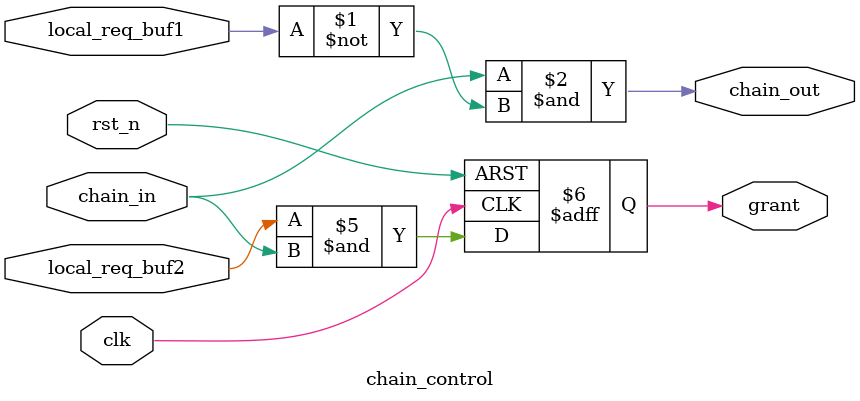
<source format=sv>
module daisy_chain_intr_ctrl(
  input clk, rst_n,
  input [3:0] requests,
  input chain_in,
  output [1:0] local_id,
  output chain_out,
  output grant
);
  // 内部连线
  wire local_req;
  wire [1:0] local_id_next;
  wire local_req_buf1, local_req_buf2;
  wire [1:0] local_id_buf1, local_id_buf2;
  
  // 子模块实例化
  request_priority_encoder priority_encoder (
    .requests(requests),
    .local_req(local_req),
    .local_id_next(local_id_next)
  );
  
  signal_buffering buffer_stage (
    .clk(clk),
    .rst_n(rst_n),
    .local_req_in(local_req),
    .local_id_next_in(local_id_next),
    .local_req_buf1(local_req_buf1),
    .local_req_buf2(local_req_buf2),
    .local_id_buf1(local_id_buf1),
    .local_id_buf2(local_id_buf2),
    .local_id_out(local_id)
  );
  
  chain_control chain_ctrl (
    .clk(clk),
    .rst_n(rst_n),
    .chain_in(chain_in),
    .local_req_buf1(local_req_buf1),
    .local_req_buf2(local_req_buf2),
    .chain_out(chain_out),
    .grant(grant)
  );
  
endmodule

// 请求优先级编码器子模块
module request_priority_encoder(
  input [3:0] requests,
  output reg local_req,
  output reg [1:0] local_id_next
);
  // 确定本地请求和优先级ID
  always @(*) begin
    local_req = |requests;
    casez (requests)
      4'b???1: local_id_next = 2'd0;
      4'b??10: local_id_next = 2'd1;
      4'b?100: local_id_next = 2'd2;
      4'b1000: local_id_next = 2'd3;
      default: local_id_next = 2'd0;
    endcase
  end
endmodule

// 信号缓冲子模块
module signal_buffering(
  input clk, rst_n,
  input local_req_in,
  input [1:0] local_id_next_in,
  output reg local_req_buf1, local_req_buf2,
  output reg [1:0] local_id_buf1, local_id_buf2,
  output reg [1:0] local_id_out
);
  // 高扇出信号的缓冲寄存器
  always @(posedge clk or negedge rst_n) begin
    if (!rst_n) begin
      local_req_buf1 <= 1'b0;
      local_req_buf2 <= 1'b0;
      local_id_buf1 <= 2'd0;
      local_id_buf2 <= 2'd0;
      local_id_out <= 2'd0;
    end else begin
      local_req_buf1 <= local_req_in;
      local_req_buf2 <= local_req_in;
      local_id_buf1 <= local_id_next_in;
      local_id_buf2 <= local_id_next_in;
      local_id_out <= local_id_next_in;
    end
  end
endmodule

// 链路控制子模块
module chain_control(
  input clk, rst_n,
  input chain_in,
  input local_req_buf1, local_req_buf2,
  output chain_out,
  output reg grant
);
  // 使用缓冲信号计算chain_out
  assign chain_out = chain_in & ~local_req_buf1;
  
  // 使用缓冲信号计算grant
  always @(posedge clk or negedge rst_n) begin
    if (!rst_n)
      grant <= 1'b0;
    else
      grant <= local_req_buf2 & chain_in;
  end
endmodule
</source>
